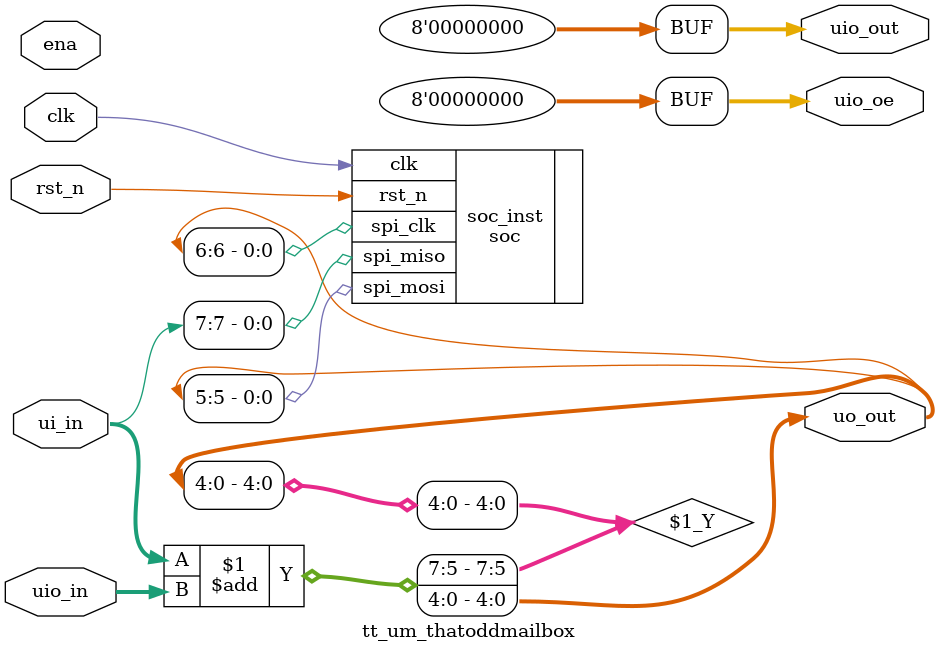
<source format=v>
/*
 * Copyright (c) 2024 Your Name
 * SPDX-License-Identifier: Apache-2.0
 */

`default_nettype none

module tt_um_thatoddmailbox (
	input  wire [7:0] ui_in,    // Dedicated inputs
	output wire [7:0] uo_out,   // Dedicated outputs
	input  wire [7:0] uio_in,   // IOs: Input path
	output wire [7:0] uio_out,  // IOs: Output path
	output wire [7:0] uio_oe,   // IOs: Enable path (active high: 0=input, 1=output)
	input  wire       ena,      // always 1 when the design is powered, so you can ignore it
	input  wire       clk,      // clock
	input  wire       rst_n     // reset_n - low to reset
);

	// All output pins must be assigned. If not used, assign to 0.
	assign uo_out[4:0] = ui_in + uio_in;  // Example: ou_out is the sum of ui_in and uio_in
	assign uio_out = 0;
	assign uio_oe  = 0;

	soc soc_inst(
		.clk(clk),
		.rst_n(rst_n),

		.spi_clk(uo_out[6]),
		.spi_mosi(uo_out[5]),
		.spi_miso(ui_in[7])
	);

endmodule

</source>
